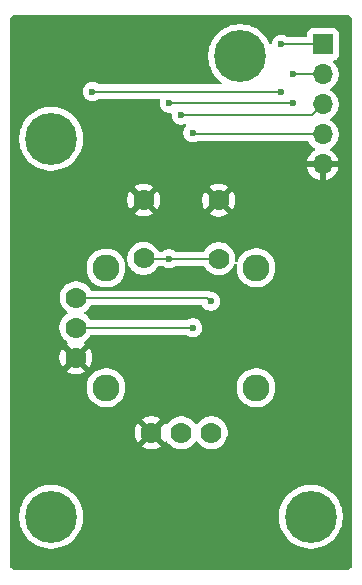
<source format=gbr>
%TF.GenerationSoftware,KiCad,Pcbnew,9.0.0*%
%TF.CreationDate,2025-04-04T15:09:20-04:00*%
%TF.ProjectId,left,6c656674-2e6b-4696-9361-645f70636258,rev?*%
%TF.SameCoordinates,Original*%
%TF.FileFunction,Copper,L2,Bot*%
%TF.FilePolarity,Positive*%
%FSLAX46Y46*%
G04 Gerber Fmt 4.6, Leading zero omitted, Abs format (unit mm)*
G04 Created by KiCad (PCBNEW 9.0.0) date 2025-04-04 15:09:20*
%MOMM*%
%LPD*%
G01*
G04 APERTURE LIST*
%TA.AperFunction,ComponentPad*%
%ADD10R,1.700000X1.700000*%
%TD*%
%TA.AperFunction,ComponentPad*%
%ADD11O,1.700000X1.700000*%
%TD*%
%TA.AperFunction,ComponentPad*%
%ADD12C,4.400000*%
%TD*%
%TA.AperFunction,ComponentPad*%
%ADD13C,2.286000*%
%TD*%
%TA.AperFunction,ComponentPad*%
%ADD14C,1.778000*%
%TD*%
%TA.AperFunction,ViaPad*%
%ADD15C,0.600000*%
%TD*%
%TA.AperFunction,Conductor*%
%ADD16C,0.200000*%
%TD*%
G04 APERTURE END LIST*
D10*
%TO.P,J1,1,Pin_1*%
%TO.N,VCC*%
X162000000Y-66000000D03*
D11*
%TO.P,J1,2,Pin_2*%
%TO.N,Button*%
X162000000Y-68540000D03*
%TO.P,J1,3,Pin_3*%
%TO.N,Horizontal*%
X162000000Y-71080000D03*
%TO.P,J1,4,Pin_4*%
%TO.N,Vertical*%
X162000000Y-73620000D03*
%TO.P,J1,5,Pin_5*%
%TO.N,GND*%
X162000000Y-76160000D03*
%TD*%
D12*
%TO.P,REF\u002A\u002A,*%
%TO.N,*%
X139000000Y-74000000D03*
%TD*%
%TO.P,REF\u002A\u002A,*%
%TO.N,*%
X161000000Y-106000000D03*
%TD*%
%TO.P,REF\u002A\u002A,*%
%TO.N,*%
X139000000Y-106000000D03*
%TD*%
D13*
%TO.P,U1,*%
%TO.N,*%
X143650000Y-84935200D03*
X143650000Y-95065200D03*
X156350000Y-84920000D03*
X156350000Y-95080000D03*
D14*
%TO.P,U1,1,GND*%
%TO.N,GND*%
X147475000Y-98875200D03*
%TO.P,U1,2,OUT2*%
%TO.N,Horizontal*%
X150015000Y-98895200D03*
%TO.P,U1,3,VCC*%
%TO.N,VCC*%
X152555000Y-98875200D03*
%TO.P,U1,4,VCC*%
X141110000Y-87460000D03*
%TO.P,U1,5,OUT1*%
%TO.N,Vertical*%
X141095000Y-89985200D03*
%TO.P,U1,6,GND*%
%TO.N,GND*%
X141095000Y-92525200D03*
%TO.P,U1,7,B1*%
%TO.N,Button*%
X146825000Y-84125200D03*
X153185000Y-84145200D03*
%TO.P,U1,8,B2*%
%TO.N,GND*%
X146825000Y-79185200D03*
X153175000Y-79205000D03*
%TD*%
D12*
%TO.P,REF\u002A\u002A,*%
%TO.N,*%
X155000000Y-67000000D03*
%TD*%
D15*
%TO.N,VCC*%
X152500000Y-87750000D03*
X158500000Y-70000000D03*
X142500000Y-70000000D03*
X158500000Y-66000000D03*
%TO.N,Button*%
X149000000Y-84145200D03*
X149000000Y-71000000D03*
X159500000Y-68500000D03*
X159500000Y-71000000D03*
%TO.N,Horizontal*%
X150000000Y-72000000D03*
%TO.N,Vertical*%
X151000000Y-90000000D03*
X151000000Y-73500000D03*
%TD*%
D16*
%TO.N,VCC*%
X152210000Y-87460000D02*
X152500000Y-87750000D01*
X141110000Y-87460000D02*
X152210000Y-87460000D01*
X162000000Y-66000000D02*
X158500000Y-66000000D01*
X158500000Y-70000000D02*
X142500000Y-70000000D01*
%TO.N,Button*%
X162000000Y-68540000D02*
X159540000Y-68540000D01*
X159500000Y-71000000D02*
X149000000Y-71000000D01*
X153185000Y-84145200D02*
X149000000Y-84145200D01*
X149000000Y-84145200D02*
X146845000Y-84145200D01*
X159540000Y-68540000D02*
X159500000Y-68500000D01*
X146845000Y-84145200D02*
X146825000Y-84125200D01*
%TO.N,Horizontal*%
X161080000Y-72000000D02*
X150000000Y-72000000D01*
X162000000Y-71080000D02*
X161080000Y-72000000D01*
%TO.N,Vertical*%
X151120000Y-73620000D02*
X151000000Y-73500000D01*
X162000000Y-73620000D02*
X151120000Y-73620000D01*
X150485200Y-89985200D02*
X141095000Y-89985200D01*
X151000000Y-90000000D02*
X150500000Y-90000000D01*
X150500000Y-90000000D02*
X150485200Y-89985200D01*
%TD*%
%TA.AperFunction,Conductor*%
%TO.N,GND*%
G36*
X164006922Y-63501280D02*
G01*
X164097266Y-63511459D01*
X164124331Y-63517636D01*
X164203540Y-63545352D01*
X164228553Y-63557398D01*
X164299606Y-63602043D01*
X164321313Y-63619355D01*
X164380644Y-63678686D01*
X164397957Y-63700395D01*
X164442600Y-63771444D01*
X164454648Y-63796462D01*
X164482362Y-63875666D01*
X164488540Y-63902735D01*
X164498720Y-63993076D01*
X164499500Y-64006961D01*
X164499500Y-109993038D01*
X164498720Y-110006922D01*
X164498720Y-110006923D01*
X164488540Y-110097264D01*
X164482362Y-110124333D01*
X164454648Y-110203537D01*
X164442600Y-110228555D01*
X164397957Y-110299604D01*
X164380644Y-110321313D01*
X164321313Y-110380644D01*
X164299604Y-110397957D01*
X164228555Y-110442600D01*
X164203537Y-110454648D01*
X164124333Y-110482362D01*
X164097264Y-110488540D01*
X164017075Y-110497576D01*
X164006921Y-110498720D01*
X163993038Y-110499500D01*
X136006962Y-110499500D01*
X135993078Y-110498720D01*
X135980553Y-110497308D01*
X135902735Y-110488540D01*
X135875666Y-110482362D01*
X135796462Y-110454648D01*
X135771444Y-110442600D01*
X135700395Y-110397957D01*
X135678686Y-110380644D01*
X135619355Y-110321313D01*
X135602042Y-110299604D01*
X135557399Y-110228555D01*
X135545351Y-110203537D01*
X135517637Y-110124333D01*
X135511459Y-110097263D01*
X135501280Y-110006922D01*
X135500500Y-109993038D01*
X135500500Y-105848336D01*
X136299500Y-105848336D01*
X136299500Y-106151663D01*
X136333457Y-106453048D01*
X136333460Y-106453062D01*
X136400953Y-106748771D01*
X136400957Y-106748783D01*
X136501133Y-107035068D01*
X136632733Y-107308338D01*
X136632735Y-107308341D01*
X136794108Y-107565164D01*
X136983221Y-107802304D01*
X137197696Y-108016779D01*
X137434836Y-108205892D01*
X137691659Y-108367265D01*
X137964935Y-108498868D01*
X138179951Y-108574105D01*
X138251216Y-108599042D01*
X138251228Y-108599046D01*
X138546937Y-108666540D01*
X138546946Y-108666541D01*
X138546951Y-108666542D01*
X138747874Y-108689180D01*
X138848337Y-108700499D01*
X138848340Y-108700500D01*
X138848343Y-108700500D01*
X139151660Y-108700500D01*
X139151661Y-108700499D01*
X139305694Y-108683144D01*
X139453048Y-108666542D01*
X139453051Y-108666541D01*
X139453063Y-108666540D01*
X139748772Y-108599046D01*
X140035065Y-108498868D01*
X140308341Y-108367265D01*
X140565164Y-108205892D01*
X140802304Y-108016779D01*
X141016779Y-107802304D01*
X141205892Y-107565164D01*
X141367265Y-107308341D01*
X141498868Y-107035065D01*
X141599046Y-106748772D01*
X141666540Y-106453063D01*
X141700500Y-106151657D01*
X141700500Y-105848343D01*
X141700499Y-105848336D01*
X158299500Y-105848336D01*
X158299500Y-106151663D01*
X158333457Y-106453048D01*
X158333460Y-106453062D01*
X158400953Y-106748771D01*
X158400957Y-106748783D01*
X158501133Y-107035068D01*
X158632733Y-107308338D01*
X158632735Y-107308341D01*
X158794108Y-107565164D01*
X158983221Y-107802304D01*
X159197696Y-108016779D01*
X159434836Y-108205892D01*
X159691659Y-108367265D01*
X159964935Y-108498868D01*
X160179951Y-108574105D01*
X160251216Y-108599042D01*
X160251228Y-108599046D01*
X160546937Y-108666540D01*
X160546946Y-108666541D01*
X160546951Y-108666542D01*
X160747874Y-108689180D01*
X160848337Y-108700499D01*
X160848340Y-108700500D01*
X160848343Y-108700500D01*
X161151660Y-108700500D01*
X161151661Y-108700499D01*
X161305694Y-108683144D01*
X161453048Y-108666542D01*
X161453051Y-108666541D01*
X161453063Y-108666540D01*
X161748772Y-108599046D01*
X162035065Y-108498868D01*
X162308341Y-108367265D01*
X162565164Y-108205892D01*
X162802304Y-108016779D01*
X163016779Y-107802304D01*
X163205892Y-107565164D01*
X163367265Y-107308341D01*
X163498868Y-107035065D01*
X163599046Y-106748772D01*
X163666540Y-106453063D01*
X163700500Y-106151657D01*
X163700500Y-105848343D01*
X163666540Y-105546937D01*
X163599046Y-105251228D01*
X163498868Y-104964935D01*
X163367265Y-104691659D01*
X163205892Y-104434836D01*
X163016779Y-104197696D01*
X162802304Y-103983221D01*
X162565164Y-103794108D01*
X162308341Y-103632735D01*
X162308338Y-103632733D01*
X162035068Y-103501133D01*
X161748783Y-103400957D01*
X161748771Y-103400953D01*
X161520556Y-103348864D01*
X161453063Y-103333460D01*
X161453060Y-103333459D01*
X161453048Y-103333457D01*
X161151663Y-103299500D01*
X161151657Y-103299500D01*
X160848343Y-103299500D01*
X160848336Y-103299500D01*
X160546951Y-103333457D01*
X160546937Y-103333460D01*
X160251228Y-103400953D01*
X160251216Y-103400957D01*
X159964931Y-103501133D01*
X159691661Y-103632733D01*
X159434837Y-103794107D01*
X159197696Y-103983220D01*
X158983220Y-104197696D01*
X158794107Y-104434837D01*
X158632733Y-104691661D01*
X158501133Y-104964931D01*
X158400957Y-105251216D01*
X158400953Y-105251228D01*
X158333460Y-105546937D01*
X158333457Y-105546951D01*
X158299500Y-105848336D01*
X141700499Y-105848336D01*
X141666540Y-105546937D01*
X141599046Y-105251228D01*
X141498868Y-104964935D01*
X141367265Y-104691659D01*
X141205892Y-104434836D01*
X141016779Y-104197696D01*
X140802304Y-103983221D01*
X140565164Y-103794108D01*
X140308341Y-103632735D01*
X140308338Y-103632733D01*
X140035068Y-103501133D01*
X139748783Y-103400957D01*
X139748771Y-103400953D01*
X139520556Y-103348864D01*
X139453063Y-103333460D01*
X139453060Y-103333459D01*
X139453048Y-103333457D01*
X139151663Y-103299500D01*
X139151657Y-103299500D01*
X138848343Y-103299500D01*
X138848336Y-103299500D01*
X138546951Y-103333457D01*
X138546937Y-103333460D01*
X138251228Y-103400953D01*
X138251216Y-103400957D01*
X137964931Y-103501133D01*
X137691661Y-103632733D01*
X137434837Y-103794107D01*
X137197696Y-103983220D01*
X136983220Y-104197696D01*
X136794107Y-104434837D01*
X136632733Y-104691661D01*
X136501133Y-104964931D01*
X136400957Y-105251216D01*
X136400953Y-105251228D01*
X136333460Y-105546937D01*
X136333457Y-105546951D01*
X136299500Y-105848336D01*
X135500500Y-105848336D01*
X135500500Y-98765883D01*
X146086000Y-98765883D01*
X146086000Y-98984516D01*
X146120202Y-99200459D01*
X146187761Y-99408388D01*
X146187762Y-99408391D01*
X146287020Y-99603193D01*
X146287021Y-99603195D01*
X146331806Y-99664838D01*
X146331807Y-99664838D01*
X147037352Y-98959293D01*
X147060792Y-99046771D01*
X147119311Y-99148130D01*
X147202070Y-99230889D01*
X147303429Y-99289408D01*
X147390905Y-99312847D01*
X146685360Y-100018391D01*
X146747008Y-100063180D01*
X146941808Y-100162437D01*
X146941811Y-100162438D01*
X147149740Y-100229997D01*
X147365684Y-100264200D01*
X147584316Y-100264200D01*
X147800259Y-100229997D01*
X148008188Y-100162438D01*
X148008191Y-100162437D01*
X148202995Y-100063178D01*
X148264638Y-100018391D01*
X148264639Y-100018391D01*
X147559094Y-99312847D01*
X147646571Y-99289408D01*
X147747930Y-99230889D01*
X147830689Y-99148130D01*
X147889208Y-99046771D01*
X147912647Y-98959295D01*
X148618191Y-99664839D01*
X148618192Y-99664838D01*
X148637107Y-99638805D01*
X148692437Y-99596139D01*
X148762050Y-99590160D01*
X148823845Y-99622766D01*
X148837743Y-99638805D01*
X148955142Y-99800392D01*
X148955146Y-99800397D01*
X149109806Y-99955057D01*
X149258625Y-100063178D01*
X149286743Y-100083607D01*
X149414132Y-100148515D01*
X149481616Y-100182901D01*
X149481619Y-100182902D01*
X149585621Y-100216693D01*
X149689625Y-100250486D01*
X149776212Y-100264200D01*
X149905639Y-100284700D01*
X149905644Y-100284700D01*
X150124361Y-100284700D01*
X150229082Y-100268112D01*
X150340375Y-100250486D01*
X150548383Y-100182901D01*
X150743257Y-100083607D01*
X150842601Y-100011429D01*
X150920193Y-99955057D01*
X150920195Y-99955054D01*
X150920199Y-99955052D01*
X151074852Y-99800399D01*
X151191949Y-99639227D01*
X151247276Y-99596564D01*
X151316889Y-99590585D01*
X151378684Y-99623190D01*
X151392580Y-99639225D01*
X151495144Y-99780393D01*
X151495148Y-99780399D01*
X151649806Y-99935057D01*
X151764508Y-100018391D01*
X151826743Y-100063607D01*
X151954132Y-100128515D01*
X152021616Y-100162901D01*
X152021619Y-100162902D01*
X152125621Y-100196693D01*
X152229625Y-100230486D01*
X152329672Y-100246332D01*
X152445639Y-100264700D01*
X152445644Y-100264700D01*
X152664361Y-100264700D01*
X152769082Y-100248112D01*
X152880375Y-100230486D01*
X153088383Y-100162901D01*
X153283257Y-100063607D01*
X153382601Y-99991429D01*
X153460193Y-99935057D01*
X153460195Y-99935054D01*
X153460199Y-99935052D01*
X153614852Y-99780399D01*
X153614854Y-99780395D01*
X153614857Y-99780393D01*
X153671229Y-99702801D01*
X153743407Y-99603457D01*
X153842701Y-99408583D01*
X153910286Y-99200575D01*
X153934646Y-99046771D01*
X153944500Y-98984561D01*
X153944500Y-98765838D01*
X153918592Y-98602270D01*
X153910286Y-98549825D01*
X153876493Y-98445821D01*
X153842702Y-98341819D01*
X153842701Y-98341816D01*
X153808315Y-98274332D01*
X153743407Y-98146943D01*
X153698810Y-98085560D01*
X153614857Y-97970006D01*
X153460193Y-97815342D01*
X153283260Y-97686795D01*
X153283259Y-97686794D01*
X153283257Y-97686793D01*
X153220825Y-97654982D01*
X153088383Y-97587498D01*
X153088380Y-97587497D01*
X152880376Y-97519914D01*
X152664361Y-97485700D01*
X152664356Y-97485700D01*
X152445644Y-97485700D01*
X152445639Y-97485700D01*
X152229623Y-97519914D01*
X152021619Y-97587497D01*
X152021616Y-97587498D01*
X151826739Y-97686795D01*
X151649806Y-97815342D01*
X151495146Y-97970002D01*
X151495142Y-97970007D01*
X151378052Y-98131169D01*
X151322722Y-98173835D01*
X151253109Y-98179814D01*
X151191314Y-98147208D01*
X151177420Y-98131175D01*
X151074852Y-97990001D01*
X150920199Y-97835348D01*
X150920193Y-97835342D01*
X150743260Y-97706795D01*
X150743259Y-97706794D01*
X150743257Y-97706793D01*
X150680825Y-97674982D01*
X150548383Y-97607498D01*
X150548380Y-97607497D01*
X150340376Y-97539914D01*
X150124361Y-97505700D01*
X150124356Y-97505700D01*
X149905644Y-97505700D01*
X149905639Y-97505700D01*
X149689623Y-97539914D01*
X149481619Y-97607497D01*
X149481616Y-97607498D01*
X149286739Y-97706795D01*
X149109806Y-97835342D01*
X148955146Y-97990002D01*
X148955142Y-97990007D01*
X148852273Y-98131595D01*
X148796943Y-98174261D01*
X148727330Y-98180240D01*
X148665535Y-98147634D01*
X148651636Y-98131594D01*
X148618191Y-98085560D01*
X147912647Y-98791104D01*
X147889208Y-98703629D01*
X147830689Y-98602270D01*
X147747930Y-98519511D01*
X147646571Y-98460992D01*
X147559092Y-98437552D01*
X148264638Y-97732007D01*
X148264638Y-97732006D01*
X148202995Y-97687221D01*
X148202993Y-97687220D01*
X148008191Y-97587962D01*
X148008188Y-97587961D01*
X147800259Y-97520402D01*
X147584316Y-97486200D01*
X147365684Y-97486200D01*
X147149740Y-97520402D01*
X146941811Y-97587961D01*
X146941808Y-97587962D01*
X146747001Y-97687223D01*
X146685360Y-97732006D01*
X146685360Y-97732007D01*
X147390905Y-98437552D01*
X147303429Y-98460992D01*
X147202070Y-98519511D01*
X147119311Y-98602270D01*
X147060792Y-98703629D01*
X147037352Y-98791105D01*
X146331807Y-98085560D01*
X146331806Y-98085560D01*
X146287023Y-98147201D01*
X146187762Y-98342008D01*
X146187761Y-98342011D01*
X146120202Y-98549940D01*
X146086000Y-98765883D01*
X135500500Y-98765883D01*
X135500500Y-94935848D01*
X142006500Y-94935848D01*
X142006500Y-95194551D01*
X142046967Y-95450050D01*
X142046968Y-95450054D01*
X142126909Y-95696085D01*
X142244353Y-95926582D01*
X142396408Y-96135868D01*
X142579332Y-96318792D01*
X142788618Y-96470847D01*
X143019115Y-96588291D01*
X143265146Y-96668232D01*
X143358591Y-96683032D01*
X143520649Y-96708700D01*
X143520654Y-96708700D01*
X143779351Y-96708700D01*
X143941409Y-96683032D01*
X144034854Y-96668232D01*
X144280885Y-96588291D01*
X144511382Y-96470847D01*
X144720668Y-96318792D01*
X144903592Y-96135868D01*
X145055647Y-95926582D01*
X145173091Y-95696085D01*
X145253032Y-95450054D01*
X145271017Y-95336494D01*
X145293500Y-95194551D01*
X145293500Y-94950648D01*
X154706500Y-94950648D01*
X154706500Y-95209351D01*
X154744623Y-95450050D01*
X154746968Y-95464854D01*
X154826909Y-95710885D01*
X154944353Y-95941382D01*
X155096408Y-96150668D01*
X155279332Y-96333592D01*
X155488618Y-96485647D01*
X155719115Y-96603091D01*
X155965146Y-96683032D01*
X156060961Y-96698207D01*
X156220649Y-96723500D01*
X156220654Y-96723500D01*
X156479351Y-96723500D01*
X156621294Y-96701017D01*
X156734854Y-96683032D01*
X156980885Y-96603091D01*
X157211382Y-96485647D01*
X157420668Y-96333592D01*
X157603592Y-96150668D01*
X157755647Y-95941382D01*
X157873091Y-95710885D01*
X157953032Y-95464854D01*
X157971017Y-95351294D01*
X157993500Y-95209351D01*
X157993500Y-94950648D01*
X157953032Y-94695149D01*
X157953032Y-94695146D01*
X157873091Y-94449115D01*
X157755647Y-94218618D01*
X157603592Y-94009332D01*
X157420668Y-93826408D01*
X157211382Y-93674353D01*
X156980885Y-93556909D01*
X156734854Y-93476968D01*
X156734852Y-93476967D01*
X156734850Y-93476967D01*
X156479351Y-93436500D01*
X156479346Y-93436500D01*
X156220654Y-93436500D01*
X156220649Y-93436500D01*
X155965149Y-93476967D01*
X155719112Y-93556910D01*
X155488617Y-93674353D01*
X155279329Y-93826410D01*
X155096410Y-94009329D01*
X154944353Y-94218617D01*
X154826910Y-94449112D01*
X154746967Y-94695149D01*
X154706500Y-94950648D01*
X145293500Y-94950648D01*
X145293500Y-94935848D01*
X145266521Y-94765515D01*
X145253032Y-94680346D01*
X145173091Y-94434315D01*
X145055647Y-94203818D01*
X144903592Y-93994532D01*
X144720668Y-93811608D01*
X144511382Y-93659553D01*
X144280885Y-93542109D01*
X144034854Y-93462168D01*
X144034852Y-93462167D01*
X144034850Y-93462167D01*
X143779351Y-93421700D01*
X143779346Y-93421700D01*
X143520654Y-93421700D01*
X143520649Y-93421700D01*
X143265149Y-93462167D01*
X143019112Y-93542110D01*
X142788617Y-93659553D01*
X142579329Y-93811610D01*
X142396410Y-93994529D01*
X142244353Y-94203817D01*
X142126910Y-94434312D01*
X142046967Y-94680349D01*
X142006500Y-94935848D01*
X135500500Y-94935848D01*
X135500500Y-89875838D01*
X139705500Y-89875838D01*
X139705500Y-90094561D01*
X139739714Y-90310576D01*
X139807297Y-90518580D01*
X139807298Y-90518583D01*
X139850373Y-90603120D01*
X139904524Y-90709397D01*
X139906595Y-90713460D01*
X140035142Y-90890393D01*
X140035148Y-90890399D01*
X140189801Y-91045052D01*
X140341395Y-91155191D01*
X140384060Y-91210519D01*
X140390039Y-91280132D01*
X140357434Y-91341928D01*
X140341394Y-91355826D01*
X140305360Y-91382005D01*
X140305360Y-91382007D01*
X141010905Y-92087552D01*
X140923429Y-92110992D01*
X140822070Y-92169511D01*
X140739311Y-92252270D01*
X140680792Y-92353629D01*
X140657352Y-92441105D01*
X139951807Y-91735560D01*
X139951806Y-91735560D01*
X139907023Y-91797201D01*
X139807762Y-91992008D01*
X139807761Y-91992011D01*
X139740202Y-92199940D01*
X139706000Y-92415883D01*
X139706000Y-92634516D01*
X139740202Y-92850459D01*
X139807761Y-93058388D01*
X139807762Y-93058391D01*
X139907020Y-93253193D01*
X139907021Y-93253195D01*
X139951806Y-93314838D01*
X139951807Y-93314838D01*
X140657352Y-92609293D01*
X140680792Y-92696771D01*
X140739311Y-92798130D01*
X140822070Y-92880889D01*
X140923429Y-92939408D01*
X141010905Y-92962847D01*
X140305360Y-93668391D01*
X140367008Y-93713180D01*
X140561808Y-93812437D01*
X140561811Y-93812438D01*
X140769740Y-93879997D01*
X140985684Y-93914200D01*
X141204316Y-93914200D01*
X141420259Y-93879997D01*
X141628188Y-93812438D01*
X141628191Y-93812437D01*
X141822995Y-93713178D01*
X141884638Y-93668391D01*
X141884639Y-93668391D01*
X141179094Y-92962847D01*
X141266571Y-92939408D01*
X141367930Y-92880889D01*
X141450689Y-92798130D01*
X141509208Y-92696771D01*
X141532647Y-92609294D01*
X142238191Y-93314839D01*
X142238191Y-93314838D01*
X142282978Y-93253195D01*
X142382237Y-93058391D01*
X142382238Y-93058388D01*
X142449797Y-92850459D01*
X142484000Y-92634516D01*
X142484000Y-92415883D01*
X142449797Y-92199940D01*
X142382238Y-91992011D01*
X142382237Y-91992008D01*
X142282980Y-91797208D01*
X142238191Y-91735560D01*
X141532647Y-92441104D01*
X141509208Y-92353629D01*
X141450689Y-92252270D01*
X141367930Y-92169511D01*
X141266571Y-92110992D01*
X141179092Y-92087552D01*
X141884638Y-91382007D01*
X141884638Y-91382006D01*
X141848606Y-91355828D01*
X141805939Y-91300499D01*
X141799959Y-91230885D01*
X141832565Y-91169090D01*
X141848599Y-91155194D01*
X142000199Y-91045052D01*
X142154852Y-90890399D01*
X142154854Y-90890395D01*
X142154857Y-90890393D01*
X142220168Y-90800499D01*
X142283407Y-90713457D01*
X142314005Y-90653404D01*
X142361980Y-90602609D01*
X142424490Y-90585700D01*
X150349383Y-90585700D01*
X150374738Y-90588320D01*
X150378134Y-90589029D01*
X150420942Y-90600500D01*
X150420943Y-90600500D01*
X150433046Y-90600500D01*
X150445589Y-90603120D01*
X150465550Y-90613806D01*
X150487273Y-90620185D01*
X150489125Y-90621398D01*
X150620814Y-90709390D01*
X150620827Y-90709397D01*
X150766498Y-90769735D01*
X150766503Y-90769737D01*
X150921153Y-90800499D01*
X150921156Y-90800500D01*
X150921158Y-90800500D01*
X151078844Y-90800500D01*
X151078845Y-90800499D01*
X151233497Y-90769737D01*
X151379179Y-90709394D01*
X151510289Y-90621789D01*
X151621789Y-90510289D01*
X151709394Y-90379179D01*
X151769737Y-90233497D01*
X151800500Y-90078842D01*
X151800500Y-89921158D01*
X151800500Y-89921155D01*
X151800499Y-89921153D01*
X151769738Y-89766510D01*
X151769737Y-89766503D01*
X151725549Y-89659823D01*
X151709397Y-89620827D01*
X151709390Y-89620814D01*
X151621789Y-89489711D01*
X151621786Y-89489707D01*
X151510292Y-89378213D01*
X151510288Y-89378210D01*
X151379185Y-89290609D01*
X151379172Y-89290602D01*
X151233501Y-89230264D01*
X151233489Y-89230261D01*
X151078845Y-89199500D01*
X151078842Y-89199500D01*
X150921158Y-89199500D01*
X150921155Y-89199500D01*
X150766510Y-89230261D01*
X150766498Y-89230264D01*
X150620827Y-89290602D01*
X150620814Y-89290609D01*
X150511276Y-89363801D01*
X150493231Y-89369451D01*
X150477323Y-89379675D01*
X150446359Y-89384127D01*
X150444598Y-89384679D01*
X150442388Y-89384699D01*
X150406143Y-89384699D01*
X150406139Y-89384699D01*
X150398534Y-89384700D01*
X150398533Y-89384699D01*
X150398531Y-89384700D01*
X142424490Y-89384700D01*
X142357451Y-89365015D01*
X142314005Y-89316995D01*
X142283407Y-89256943D01*
X142241673Y-89199500D01*
X142154857Y-89080006D01*
X142000193Y-88925342D01*
X141866716Y-88828367D01*
X141824050Y-88773038D01*
X141818071Y-88703424D01*
X141850676Y-88641629D01*
X141866716Y-88627731D01*
X142015193Y-88519857D01*
X142015195Y-88519854D01*
X142015199Y-88519852D01*
X142169852Y-88365199D01*
X142169854Y-88365195D01*
X142169857Y-88365193D01*
X142246074Y-88260288D01*
X142298407Y-88188257D01*
X142329005Y-88128204D01*
X142376980Y-88077409D01*
X142439490Y-88060500D01*
X151679573Y-88060500D01*
X151746612Y-88080185D01*
X151787175Y-88124144D01*
X151787221Y-88124114D01*
X151787414Y-88124403D01*
X151788931Y-88126047D01*
X151790604Y-88129177D01*
X151878210Y-88260288D01*
X151878213Y-88260292D01*
X151989707Y-88371786D01*
X151989711Y-88371789D01*
X152120814Y-88459390D01*
X152120827Y-88459397D01*
X152266498Y-88519735D01*
X152266503Y-88519737D01*
X152421153Y-88550499D01*
X152421156Y-88550500D01*
X152421158Y-88550500D01*
X152578844Y-88550500D01*
X152578845Y-88550499D01*
X152733497Y-88519737D01*
X152879179Y-88459394D01*
X153010289Y-88371789D01*
X153121789Y-88260289D01*
X153209394Y-88129179D01*
X153209798Y-88128205D01*
X153230838Y-88077409D01*
X153269737Y-87983497D01*
X153300500Y-87828842D01*
X153300500Y-87671158D01*
X153300500Y-87671155D01*
X153300499Y-87671153D01*
X153269738Y-87516510D01*
X153269737Y-87516503D01*
X153269735Y-87516498D01*
X153209397Y-87370827D01*
X153209390Y-87370814D01*
X153121789Y-87239711D01*
X153121786Y-87239707D01*
X153010292Y-87128213D01*
X153010288Y-87128210D01*
X152879185Y-87040609D01*
X152879172Y-87040602D01*
X152733501Y-86980264D01*
X152733489Y-86980261D01*
X152578845Y-86949500D01*
X152578842Y-86949500D01*
X152560013Y-86949500D01*
X152544525Y-86945350D01*
X152530779Y-86946005D01*
X152498016Y-86932888D01*
X152487154Y-86926617D01*
X152487151Y-86926615D01*
X152487150Y-86926614D01*
X152441790Y-86900425D01*
X152441789Y-86900424D01*
X152429263Y-86897067D01*
X152289057Y-86859499D01*
X152130943Y-86859499D01*
X152123347Y-86859499D01*
X152123331Y-86859500D01*
X142439490Y-86859500D01*
X142372451Y-86839815D01*
X142329005Y-86791795D01*
X142298407Y-86731743D01*
X142290147Y-86720374D01*
X142169857Y-86554806D01*
X142015193Y-86400142D01*
X141838260Y-86271595D01*
X141838259Y-86271594D01*
X141838257Y-86271593D01*
X141775825Y-86239782D01*
X141643383Y-86172298D01*
X141643380Y-86172297D01*
X141435376Y-86104714D01*
X141219361Y-86070500D01*
X141219356Y-86070500D01*
X141000644Y-86070500D01*
X141000639Y-86070500D01*
X140784623Y-86104714D01*
X140576619Y-86172297D01*
X140576616Y-86172298D01*
X140381739Y-86271595D01*
X140204806Y-86400142D01*
X140050142Y-86554806D01*
X139921595Y-86731739D01*
X139822299Y-86926616D01*
X139754714Y-87134623D01*
X139720500Y-87350638D01*
X139720500Y-87569361D01*
X139754714Y-87785376D01*
X139822297Y-87993380D01*
X139822298Y-87993383D01*
X139921595Y-88188260D01*
X140050142Y-88365193D01*
X140050148Y-88365199D01*
X140204801Y-88519852D01*
X140338284Y-88616832D01*
X140380949Y-88672161D01*
X140386928Y-88741774D01*
X140354323Y-88803570D01*
X140338284Y-88817468D01*
X140189802Y-88925346D01*
X140035142Y-89080006D01*
X139906595Y-89256939D01*
X139807298Y-89451816D01*
X139807297Y-89451819D01*
X139739714Y-89659823D01*
X139705500Y-89875838D01*
X135500500Y-89875838D01*
X135500500Y-84805848D01*
X142006500Y-84805848D01*
X142006500Y-85064551D01*
X142045946Y-85313604D01*
X142046968Y-85320054D01*
X142126909Y-85566085D01*
X142244353Y-85796582D01*
X142396408Y-86005868D01*
X142579332Y-86188792D01*
X142788618Y-86340847D01*
X143019115Y-86458291D01*
X143265146Y-86538232D01*
X143360961Y-86553407D01*
X143520649Y-86578700D01*
X143520654Y-86578700D01*
X143779351Y-86578700D01*
X143921294Y-86556217D01*
X144034854Y-86538232D01*
X144280885Y-86458291D01*
X144511382Y-86340847D01*
X144720668Y-86188792D01*
X144903592Y-86005868D01*
X145055647Y-85796582D01*
X145173091Y-85566085D01*
X145253032Y-85320054D01*
X145274414Y-85185052D01*
X145293500Y-85064551D01*
X145293500Y-84805848D01*
X145263550Y-84616755D01*
X145253032Y-84550346D01*
X145173091Y-84304315D01*
X145055647Y-84073818D01*
X145013522Y-84015838D01*
X145435500Y-84015838D01*
X145435500Y-84234561D01*
X145459195Y-84384172D01*
X145459199Y-84384189D01*
X145469714Y-84450575D01*
X145504130Y-84556498D01*
X145504135Y-84556517D01*
X145537297Y-84658580D01*
X145537298Y-84658583D01*
X145581698Y-84745720D01*
X145616185Y-84813405D01*
X145636595Y-84853460D01*
X145765142Y-85030393D01*
X145919806Y-85185057D01*
X146084690Y-85304850D01*
X146096743Y-85313607D01*
X146224132Y-85378515D01*
X146291616Y-85412901D01*
X146291619Y-85412902D01*
X146395621Y-85446693D01*
X146499625Y-85480486D01*
X146599672Y-85496332D01*
X146715639Y-85514700D01*
X146715644Y-85514700D01*
X146934361Y-85514700D01*
X147039082Y-85498112D01*
X147150375Y-85480486D01*
X147358383Y-85412901D01*
X147553257Y-85313607D01*
X147652601Y-85241429D01*
X147730193Y-85185057D01*
X147730195Y-85185054D01*
X147730199Y-85185052D01*
X147884852Y-85030399D01*
X147884854Y-85030395D01*
X147884857Y-85030393D01*
X147998876Y-84873457D01*
X148013407Y-84853457D01*
X148033814Y-84813405D01*
X148081788Y-84762610D01*
X148144299Y-84745700D01*
X148420234Y-84745700D01*
X148487273Y-84765385D01*
X148489125Y-84766598D01*
X148620814Y-84854590D01*
X148620827Y-84854597D01*
X148766498Y-84914935D01*
X148766503Y-84914937D01*
X148921153Y-84945699D01*
X148921156Y-84945700D01*
X148921158Y-84945700D01*
X149078844Y-84945700D01*
X149078845Y-84945699D01*
X149233497Y-84914937D01*
X149379179Y-84854594D01*
X149380881Y-84853457D01*
X149510875Y-84766598D01*
X149577553Y-84745720D01*
X149579766Y-84745700D01*
X151855510Y-84745700D01*
X151922549Y-84765385D01*
X151965994Y-84813404D01*
X151986983Y-84854597D01*
X151996595Y-84873460D01*
X152125142Y-85050393D01*
X152279806Y-85205057D01*
X152429211Y-85313604D01*
X152456743Y-85333607D01*
X152584132Y-85398515D01*
X152651616Y-85432901D01*
X152651619Y-85432902D01*
X152755621Y-85466693D01*
X152859625Y-85500486D01*
X152949369Y-85514700D01*
X153075639Y-85534700D01*
X153075644Y-85534700D01*
X153294361Y-85534700D01*
X153399082Y-85518112D01*
X153510375Y-85500486D01*
X153718383Y-85432901D01*
X153913257Y-85333607D01*
X154012601Y-85261429D01*
X154090193Y-85205057D01*
X154090195Y-85205054D01*
X154090199Y-85205052D01*
X154244852Y-85050399D01*
X154244854Y-85050395D01*
X154244857Y-85050393D01*
X154343270Y-84914937D01*
X154373407Y-84873457D01*
X154472701Y-84678583D01*
X154472703Y-84678577D01*
X154476609Y-84666557D01*
X154516046Y-84608881D01*
X154580404Y-84581682D01*
X154649250Y-84593596D01*
X154700727Y-84640840D01*
X154718489Y-84708414D01*
X154717013Y-84724272D01*
X154706500Y-84790648D01*
X154706500Y-85049351D01*
X154746967Y-85304850D01*
X154746968Y-85304854D01*
X154826909Y-85550885D01*
X154944353Y-85781382D01*
X155096408Y-85990668D01*
X155279332Y-86173592D01*
X155488618Y-86325647D01*
X155719115Y-86443091D01*
X155965146Y-86523032D01*
X156060961Y-86538207D01*
X156220649Y-86563500D01*
X156220654Y-86563500D01*
X156479351Y-86563500D01*
X156621294Y-86541017D01*
X156734854Y-86523032D01*
X156980885Y-86443091D01*
X157211382Y-86325647D01*
X157420668Y-86173592D01*
X157603592Y-85990668D01*
X157755647Y-85781382D01*
X157873091Y-85550885D01*
X157953032Y-85304854D01*
X157972007Y-85185052D01*
X157993500Y-85049351D01*
X157993500Y-84790648D01*
X157960402Y-84581682D01*
X157953032Y-84535146D01*
X157873091Y-84289115D01*
X157755647Y-84058618D01*
X157603592Y-83849332D01*
X157420668Y-83666408D01*
X157211382Y-83514353D01*
X156980885Y-83396909D01*
X156734854Y-83316968D01*
X156734852Y-83316967D01*
X156734850Y-83316967D01*
X156479351Y-83276500D01*
X156479346Y-83276500D01*
X156220654Y-83276500D01*
X156220649Y-83276500D01*
X155965149Y-83316967D01*
X155719112Y-83396910D01*
X155488617Y-83514353D01*
X155279329Y-83666410D01*
X155096410Y-83849329D01*
X154944353Y-84058617D01*
X154826908Y-84289114D01*
X154810642Y-84339176D01*
X154771204Y-84396851D01*
X154706845Y-84424048D01*
X154637998Y-84412132D01*
X154586523Y-84364887D01*
X154568763Y-84297313D01*
X154570237Y-84281465D01*
X154574500Y-84254556D01*
X154574500Y-84035844D01*
X154574500Y-84035838D01*
X154544959Y-83849329D01*
X154540286Y-83819825D01*
X154490439Y-83666410D01*
X154472702Y-83611819D01*
X154472701Y-83611816D01*
X154427855Y-83523802D01*
X154373407Y-83416943D01*
X154311815Y-83332168D01*
X154244857Y-83240006D01*
X154090193Y-83085342D01*
X153913260Y-82956795D01*
X153913259Y-82956794D01*
X153913257Y-82956793D01*
X153850825Y-82924982D01*
X153718383Y-82857498D01*
X153718380Y-82857497D01*
X153510376Y-82789914D01*
X153294361Y-82755700D01*
X153294356Y-82755700D01*
X153075644Y-82755700D01*
X153075639Y-82755700D01*
X152859623Y-82789914D01*
X152651619Y-82857497D01*
X152651616Y-82857498D01*
X152456739Y-82956795D01*
X152279806Y-83085342D01*
X152125142Y-83240006D01*
X151996595Y-83416939D01*
X151996593Y-83416943D01*
X151965996Y-83476994D01*
X151965995Y-83476995D01*
X151918020Y-83527791D01*
X151855510Y-83544700D01*
X149579766Y-83544700D01*
X149512727Y-83525015D01*
X149510875Y-83523802D01*
X149379185Y-83435809D01*
X149379172Y-83435802D01*
X149233501Y-83375464D01*
X149233489Y-83375461D01*
X149078845Y-83344700D01*
X149078842Y-83344700D01*
X148921158Y-83344700D01*
X148921155Y-83344700D01*
X148766510Y-83375461D01*
X148766498Y-83375464D01*
X148620827Y-83435802D01*
X148620814Y-83435809D01*
X148489125Y-83523802D01*
X148422447Y-83544680D01*
X148420234Y-83544700D01*
X148164680Y-83544700D01*
X148097641Y-83525015D01*
X148054196Y-83476995D01*
X148013407Y-83396943D01*
X148013406Y-83396941D01*
X147884857Y-83220006D01*
X147730193Y-83065342D01*
X147553260Y-82936795D01*
X147553259Y-82936794D01*
X147553257Y-82936793D01*
X147490825Y-82904982D01*
X147358383Y-82837498D01*
X147358380Y-82837497D01*
X147150376Y-82769914D01*
X146934361Y-82735700D01*
X146934356Y-82735700D01*
X146715644Y-82735700D01*
X146715639Y-82735700D01*
X146499623Y-82769914D01*
X146291619Y-82837497D01*
X146291616Y-82837498D01*
X146096739Y-82936795D01*
X145919806Y-83065342D01*
X145765142Y-83220006D01*
X145636595Y-83396939D01*
X145537298Y-83591816D01*
X145537297Y-83591819D01*
X145469714Y-83799823D01*
X145435500Y-84015838D01*
X145013522Y-84015838D01*
X144903592Y-83864532D01*
X144720668Y-83681608D01*
X144511382Y-83529553D01*
X144280885Y-83412109D01*
X144034854Y-83332168D01*
X144034852Y-83332167D01*
X144034850Y-83332167D01*
X143779351Y-83291700D01*
X143779346Y-83291700D01*
X143520654Y-83291700D01*
X143520649Y-83291700D01*
X143265149Y-83332167D01*
X143019112Y-83412110D01*
X142788617Y-83529553D01*
X142579329Y-83681610D01*
X142396410Y-83864529D01*
X142244353Y-84073817D01*
X142126910Y-84304312D01*
X142046967Y-84550349D01*
X142006500Y-84805848D01*
X135500500Y-84805848D01*
X135500500Y-79075883D01*
X145436000Y-79075883D01*
X145436000Y-79294516D01*
X145470202Y-79510459D01*
X145537761Y-79718388D01*
X145537762Y-79718391D01*
X145637020Y-79913193D01*
X145637021Y-79913195D01*
X145681806Y-79974838D01*
X145681807Y-79974838D01*
X146382861Y-79273784D01*
X146405667Y-79358894D01*
X146464910Y-79461506D01*
X146548694Y-79545290D01*
X146651306Y-79604533D01*
X146736414Y-79627337D01*
X146035360Y-80328391D01*
X146097008Y-80373180D01*
X146291808Y-80472437D01*
X146291811Y-80472438D01*
X146499740Y-80539997D01*
X146715684Y-80574200D01*
X146934316Y-80574200D01*
X147150259Y-80539997D01*
X147358188Y-80472438D01*
X147358191Y-80472437D01*
X147552995Y-80373178D01*
X147614639Y-80328391D01*
X146913585Y-79627338D01*
X146998694Y-79604533D01*
X147101306Y-79545290D01*
X147185090Y-79461506D01*
X147244333Y-79358894D01*
X147267137Y-79273785D01*
X147968191Y-79974839D01*
X147968191Y-79974838D01*
X148012978Y-79913195D01*
X148112237Y-79718391D01*
X148112238Y-79718388D01*
X148179797Y-79510459D01*
X148214000Y-79294516D01*
X148214000Y-79095683D01*
X151786000Y-79095683D01*
X151786000Y-79314316D01*
X151820202Y-79530259D01*
X151887761Y-79738188D01*
X151887762Y-79738191D01*
X151987020Y-79932993D01*
X151987021Y-79932995D01*
X152031806Y-79994638D01*
X152031807Y-79994638D01*
X152732861Y-79293584D01*
X152755667Y-79378694D01*
X152814910Y-79481306D01*
X152898694Y-79565090D01*
X153001306Y-79624333D01*
X153086414Y-79647137D01*
X152385360Y-80348191D01*
X152447008Y-80392980D01*
X152641808Y-80492237D01*
X152641811Y-80492238D01*
X152849740Y-80559797D01*
X153065684Y-80594000D01*
X153284316Y-80594000D01*
X153500259Y-80559797D01*
X153708188Y-80492238D01*
X153708191Y-80492237D01*
X153902995Y-80392978D01*
X153964638Y-80348191D01*
X153964639Y-80348191D01*
X153263585Y-79647138D01*
X153348694Y-79624333D01*
X153451306Y-79565090D01*
X153535090Y-79481306D01*
X153594333Y-79378694D01*
X153617137Y-79293585D01*
X154318191Y-79994639D01*
X154318191Y-79994638D01*
X154362978Y-79932995D01*
X154462237Y-79738191D01*
X154462238Y-79738188D01*
X154529797Y-79530259D01*
X154564000Y-79314316D01*
X154564000Y-79095683D01*
X154529797Y-78879740D01*
X154462238Y-78671811D01*
X154462237Y-78671808D01*
X154362980Y-78477008D01*
X154318191Y-78415360D01*
X153617137Y-79116414D01*
X153594333Y-79031306D01*
X153535090Y-78928694D01*
X153451306Y-78844910D01*
X153348694Y-78785667D01*
X153263583Y-78762861D01*
X153964638Y-78061807D01*
X153964638Y-78061806D01*
X153902995Y-78017021D01*
X153902993Y-78017020D01*
X153708191Y-77917762D01*
X153708188Y-77917761D01*
X153500259Y-77850202D01*
X153284316Y-77816000D01*
X153065684Y-77816000D01*
X152849740Y-77850202D01*
X152641811Y-77917761D01*
X152641808Y-77917762D01*
X152447001Y-78017023D01*
X152385360Y-78061806D01*
X152385360Y-78061807D01*
X153086414Y-78762861D01*
X153001306Y-78785667D01*
X152898694Y-78844910D01*
X152814910Y-78928694D01*
X152755667Y-79031306D01*
X152732861Y-79116414D01*
X152031807Y-78415360D01*
X152031806Y-78415360D01*
X151987023Y-78477001D01*
X151887762Y-78671808D01*
X151887761Y-78671811D01*
X151820202Y-78879740D01*
X151786000Y-79095683D01*
X148214000Y-79095683D01*
X148214000Y-79075883D01*
X148179797Y-78859940D01*
X148112238Y-78652011D01*
X148112237Y-78652008D01*
X148012980Y-78457208D01*
X147968191Y-78395560D01*
X147267137Y-79096614D01*
X147244333Y-79011506D01*
X147185090Y-78908894D01*
X147101306Y-78825110D01*
X146998694Y-78765867D01*
X146913583Y-78743061D01*
X147614638Y-78042007D01*
X147614638Y-78042006D01*
X147552995Y-77997221D01*
X147552993Y-77997220D01*
X147358191Y-77897962D01*
X147358188Y-77897961D01*
X147150259Y-77830402D01*
X146934316Y-77796200D01*
X146715684Y-77796200D01*
X146499740Y-77830402D01*
X146291811Y-77897961D01*
X146291808Y-77897962D01*
X146097001Y-77997223D01*
X146035360Y-78042006D01*
X146035360Y-78042007D01*
X146736414Y-78743061D01*
X146651306Y-78765867D01*
X146548694Y-78825110D01*
X146464910Y-78908894D01*
X146405667Y-79011506D01*
X146382861Y-79096614D01*
X145681807Y-78395560D01*
X145681806Y-78395560D01*
X145637023Y-78457201D01*
X145537762Y-78652008D01*
X145537761Y-78652011D01*
X145470202Y-78859940D01*
X145436000Y-79075883D01*
X135500500Y-79075883D01*
X135500500Y-73848336D01*
X136299500Y-73848336D01*
X136299500Y-74151663D01*
X136333457Y-74453048D01*
X136333460Y-74453062D01*
X136400953Y-74748771D01*
X136400957Y-74748783D01*
X136501133Y-75035068D01*
X136632733Y-75308338D01*
X136632735Y-75308341D01*
X136794108Y-75565164D01*
X136983221Y-75802304D01*
X137197696Y-76016779D01*
X137434836Y-76205892D01*
X137691659Y-76367265D01*
X137964935Y-76498868D01*
X138139924Y-76560099D01*
X138251216Y-76599042D01*
X138251228Y-76599046D01*
X138546937Y-76666540D01*
X138546946Y-76666541D01*
X138546951Y-76666542D01*
X138747874Y-76689180D01*
X138848337Y-76700499D01*
X138848340Y-76700500D01*
X138848343Y-76700500D01*
X139151660Y-76700500D01*
X139151661Y-76700499D01*
X139305694Y-76683144D01*
X139453048Y-76666542D01*
X139453051Y-76666541D01*
X139453063Y-76666540D01*
X139748772Y-76599046D01*
X140035065Y-76498868D01*
X140308341Y-76367265D01*
X140565164Y-76205892D01*
X140802304Y-76016779D01*
X141016779Y-75802304D01*
X141205892Y-75565164D01*
X141367265Y-75308341D01*
X141498868Y-75035065D01*
X141599046Y-74748772D01*
X141666540Y-74453063D01*
X141700500Y-74151657D01*
X141700500Y-73848343D01*
X141686748Y-73726286D01*
X141666542Y-73546951D01*
X141666541Y-73546946D01*
X141666540Y-73546937D01*
X141599046Y-73251228D01*
X141498868Y-72964935D01*
X141367265Y-72691659D01*
X141205892Y-72434836D01*
X141016779Y-72197696D01*
X140802304Y-71983221D01*
X140772917Y-71959786D01*
X140728670Y-71924500D01*
X140565164Y-71794108D01*
X140308341Y-71632735D01*
X140308338Y-71632733D01*
X140035068Y-71501133D01*
X139748783Y-71400957D01*
X139748771Y-71400953D01*
X139520556Y-71348864D01*
X139453063Y-71333460D01*
X139453060Y-71333459D01*
X139453048Y-71333457D01*
X139151663Y-71299500D01*
X139151657Y-71299500D01*
X138848343Y-71299500D01*
X138848336Y-71299500D01*
X138546951Y-71333457D01*
X138546937Y-71333460D01*
X138251228Y-71400953D01*
X138251216Y-71400957D01*
X137964931Y-71501133D01*
X137691661Y-71632733D01*
X137434837Y-71794107D01*
X137197696Y-71983220D01*
X136983220Y-72197696D01*
X136794107Y-72434837D01*
X136632733Y-72691661D01*
X136501133Y-72964931D01*
X136400957Y-73251216D01*
X136400953Y-73251228D01*
X136333460Y-73546937D01*
X136333457Y-73546951D01*
X136299500Y-73848336D01*
X135500500Y-73848336D01*
X135500500Y-69921153D01*
X141699500Y-69921153D01*
X141699500Y-70078846D01*
X141730261Y-70233489D01*
X141730264Y-70233501D01*
X141790602Y-70379172D01*
X141790609Y-70379185D01*
X141878210Y-70510288D01*
X141878213Y-70510292D01*
X141989707Y-70621786D01*
X141989711Y-70621789D01*
X142120814Y-70709390D01*
X142120827Y-70709397D01*
X142252066Y-70763757D01*
X142266503Y-70769737D01*
X142421153Y-70800499D01*
X142421156Y-70800500D01*
X142421158Y-70800500D01*
X142578844Y-70800500D01*
X142578845Y-70800499D01*
X142733497Y-70769737D01*
X142879179Y-70709394D01*
X142933663Y-70672989D01*
X143010875Y-70621398D01*
X143077553Y-70600520D01*
X143079766Y-70600500D01*
X148113445Y-70600500D01*
X148180484Y-70620185D01*
X148226239Y-70672989D01*
X148236183Y-70742147D01*
X148231159Y-70760411D01*
X148232031Y-70760676D01*
X148230261Y-70766510D01*
X148199500Y-70921153D01*
X148199500Y-71078846D01*
X148230261Y-71233489D01*
X148230264Y-71233501D01*
X148290602Y-71379172D01*
X148290609Y-71379185D01*
X148378210Y-71510288D01*
X148378213Y-71510292D01*
X148489707Y-71621786D01*
X148489711Y-71621789D01*
X148620814Y-71709390D01*
X148620827Y-71709397D01*
X148766498Y-71769735D01*
X148766503Y-71769737D01*
X148921153Y-71800499D01*
X148921156Y-71800500D01*
X149075500Y-71800500D01*
X149142539Y-71820185D01*
X149188294Y-71872989D01*
X149199500Y-71924500D01*
X149199500Y-72078846D01*
X149230261Y-72233489D01*
X149230264Y-72233501D01*
X149290602Y-72379172D01*
X149290609Y-72379185D01*
X149378210Y-72510288D01*
X149378213Y-72510292D01*
X149489707Y-72621786D01*
X149489711Y-72621789D01*
X149620814Y-72709390D01*
X149620827Y-72709397D01*
X149695225Y-72740213D01*
X149766503Y-72769737D01*
X149921153Y-72800499D01*
X149921156Y-72800500D01*
X149921158Y-72800500D01*
X150078844Y-72800500D01*
X150078845Y-72800499D01*
X150233497Y-72769737D01*
X150280121Y-72750424D01*
X150349588Y-72742956D01*
X150412067Y-72774231D01*
X150447720Y-72834319D01*
X150445227Y-72904144D01*
X150415254Y-72952666D01*
X150378214Y-72989706D01*
X150378210Y-72989711D01*
X150290609Y-73120814D01*
X150290602Y-73120827D01*
X150230264Y-73266498D01*
X150230261Y-73266510D01*
X150199500Y-73421153D01*
X150199500Y-73578846D01*
X150230261Y-73733489D01*
X150230264Y-73733501D01*
X150290602Y-73879172D01*
X150290609Y-73879185D01*
X150378210Y-74010288D01*
X150378213Y-74010292D01*
X150489707Y-74121786D01*
X150489711Y-74121789D01*
X150620814Y-74209390D01*
X150620827Y-74209397D01*
X150766498Y-74269735D01*
X150766503Y-74269737D01*
X150921153Y-74300499D01*
X150921156Y-74300500D01*
X150921158Y-74300500D01*
X151078844Y-74300500D01*
X151078845Y-74300499D01*
X151155152Y-74285320D01*
X151233488Y-74269739D01*
X151233490Y-74269738D01*
X151233497Y-74269737D01*
X151329579Y-74229939D01*
X151377031Y-74220500D01*
X160714281Y-74220500D01*
X160781320Y-74240185D01*
X160824765Y-74288205D01*
X160844947Y-74327814D01*
X160844948Y-74327815D01*
X160969890Y-74499786D01*
X161120213Y-74650109D01*
X161292179Y-74775048D01*
X161292181Y-74775049D01*
X161292184Y-74775051D01*
X161301493Y-74779794D01*
X161352290Y-74827766D01*
X161369087Y-74895587D01*
X161346552Y-74961722D01*
X161301502Y-75000762D01*
X161292443Y-75005378D01*
X161120540Y-75130272D01*
X161120535Y-75130276D01*
X160970276Y-75280535D01*
X160970272Y-75280540D01*
X160845379Y-75452442D01*
X160748904Y-75641782D01*
X160683242Y-75843870D01*
X160683242Y-75843873D01*
X160672769Y-75910000D01*
X161566988Y-75910000D01*
X161534075Y-75967007D01*
X161500000Y-76094174D01*
X161500000Y-76225826D01*
X161534075Y-76352993D01*
X161566988Y-76410000D01*
X160672769Y-76410000D01*
X160683242Y-76476126D01*
X160683242Y-76476129D01*
X160748904Y-76678217D01*
X160845379Y-76867557D01*
X160970272Y-77039459D01*
X160970276Y-77039464D01*
X161120535Y-77189723D01*
X161120540Y-77189727D01*
X161292442Y-77314620D01*
X161481782Y-77411095D01*
X161683871Y-77476757D01*
X161750000Y-77487231D01*
X161750000Y-76593012D01*
X161807007Y-76625925D01*
X161934174Y-76660000D01*
X162065826Y-76660000D01*
X162192993Y-76625925D01*
X162250000Y-76593012D01*
X162250000Y-77487230D01*
X162316126Y-77476757D01*
X162316129Y-77476757D01*
X162518217Y-77411095D01*
X162707557Y-77314620D01*
X162879459Y-77189727D01*
X162879464Y-77189723D01*
X163029723Y-77039464D01*
X163029727Y-77039459D01*
X163154620Y-76867557D01*
X163251095Y-76678217D01*
X163316757Y-76476129D01*
X163316757Y-76476126D01*
X163327231Y-76410000D01*
X162433012Y-76410000D01*
X162465925Y-76352993D01*
X162500000Y-76225826D01*
X162500000Y-76094174D01*
X162465925Y-75967007D01*
X162433012Y-75910000D01*
X163327231Y-75910000D01*
X163316757Y-75843873D01*
X163316757Y-75843870D01*
X163251095Y-75641782D01*
X163154620Y-75452442D01*
X163029727Y-75280540D01*
X163029723Y-75280535D01*
X162879464Y-75130276D01*
X162879459Y-75130272D01*
X162707555Y-75005377D01*
X162698500Y-75000763D01*
X162647706Y-74952788D01*
X162630912Y-74884966D01*
X162653451Y-74818832D01*
X162698508Y-74779793D01*
X162707816Y-74775051D01*
X162787007Y-74717515D01*
X162879786Y-74650109D01*
X162879788Y-74650106D01*
X162879792Y-74650104D01*
X163030104Y-74499792D01*
X163030106Y-74499788D01*
X163030109Y-74499786D01*
X163155048Y-74327820D01*
X163155047Y-74327820D01*
X163155051Y-74327816D01*
X163251557Y-74138412D01*
X163317246Y-73936243D01*
X163350500Y-73726287D01*
X163350500Y-73513713D01*
X163317246Y-73303757D01*
X163251557Y-73101588D01*
X163155051Y-72912184D01*
X163155049Y-72912181D01*
X163155048Y-72912179D01*
X163030109Y-72740213D01*
X162879786Y-72589890D01*
X162707820Y-72464951D01*
X162707115Y-72464591D01*
X162699054Y-72460485D01*
X162648259Y-72412512D01*
X162631463Y-72344692D01*
X162653999Y-72278556D01*
X162699054Y-72239515D01*
X162707816Y-72235051D01*
X162759231Y-72197696D01*
X162879786Y-72110109D01*
X162879788Y-72110106D01*
X162879792Y-72110104D01*
X163030104Y-71959792D01*
X163030106Y-71959788D01*
X163030109Y-71959786D01*
X163155048Y-71787820D01*
X163155047Y-71787820D01*
X163155051Y-71787816D01*
X163251557Y-71598412D01*
X163317246Y-71396243D01*
X163350500Y-71186287D01*
X163350500Y-70973713D01*
X163317246Y-70763757D01*
X163251557Y-70561588D01*
X163155051Y-70372184D01*
X163155049Y-70372181D01*
X163155048Y-70372179D01*
X163030109Y-70200213D01*
X162879786Y-70049890D01*
X162707820Y-69924951D01*
X162707115Y-69924591D01*
X162699054Y-69920485D01*
X162648259Y-69872512D01*
X162631463Y-69804692D01*
X162653999Y-69738556D01*
X162699054Y-69699515D01*
X162707816Y-69695051D01*
X162729789Y-69679086D01*
X162879786Y-69570109D01*
X162879788Y-69570106D01*
X162879792Y-69570104D01*
X163030104Y-69419792D01*
X163030106Y-69419788D01*
X163030109Y-69419786D01*
X163142044Y-69265719D01*
X163155051Y-69247816D01*
X163251557Y-69058412D01*
X163317246Y-68856243D01*
X163350500Y-68646287D01*
X163350500Y-68433713D01*
X163317246Y-68223757D01*
X163251557Y-68021588D01*
X163155051Y-67832184D01*
X163155049Y-67832181D01*
X163155048Y-67832179D01*
X163030109Y-67660213D01*
X162916569Y-67546673D01*
X162883084Y-67485350D01*
X162888068Y-67415658D01*
X162929940Y-67359725D01*
X162960915Y-67342810D01*
X163092331Y-67293796D01*
X163207546Y-67207546D01*
X163293796Y-67092331D01*
X163344091Y-66957483D01*
X163350500Y-66897873D01*
X163350499Y-65102128D01*
X163344091Y-65042517D01*
X163293796Y-64907669D01*
X163293795Y-64907668D01*
X163293793Y-64907664D01*
X163207547Y-64792455D01*
X163207544Y-64792452D01*
X163092335Y-64706206D01*
X163092328Y-64706202D01*
X162957482Y-64655908D01*
X162957483Y-64655908D01*
X162897883Y-64649501D01*
X162897881Y-64649500D01*
X162897873Y-64649500D01*
X162897864Y-64649500D01*
X161102129Y-64649500D01*
X161102123Y-64649501D01*
X161042516Y-64655908D01*
X160907671Y-64706202D01*
X160907664Y-64706206D01*
X160792455Y-64792452D01*
X160792452Y-64792455D01*
X160706206Y-64907664D01*
X160706202Y-64907671D01*
X160655908Y-65042517D01*
X160649501Y-65102116D01*
X160649501Y-65102123D01*
X160649500Y-65102135D01*
X160649500Y-65275500D01*
X160629815Y-65342539D01*
X160577011Y-65388294D01*
X160525500Y-65399500D01*
X159079766Y-65399500D01*
X159012727Y-65379815D01*
X159010875Y-65378602D01*
X158879185Y-65290609D01*
X158879172Y-65290602D01*
X158733501Y-65230264D01*
X158733489Y-65230261D01*
X158578845Y-65199500D01*
X158578842Y-65199500D01*
X158421158Y-65199500D01*
X158421155Y-65199500D01*
X158266510Y-65230261D01*
X158266498Y-65230264D01*
X158120827Y-65290602D01*
X158120814Y-65290609D01*
X157989711Y-65378210D01*
X157989707Y-65378213D01*
X157878213Y-65489707D01*
X157878210Y-65489711D01*
X157790609Y-65620814D01*
X157790602Y-65620827D01*
X157730264Y-65766498D01*
X157730261Y-65766508D01*
X157707065Y-65883121D01*
X157674680Y-65945032D01*
X157613964Y-65979606D01*
X157544194Y-65975865D01*
X157487523Y-65934999D01*
X157473728Y-65912731D01*
X157367266Y-65691661D01*
X157240372Y-65489711D01*
X157205892Y-65434836D01*
X157016779Y-65197696D01*
X156802304Y-64983221D01*
X156565164Y-64794108D01*
X156308341Y-64632735D01*
X156308338Y-64632733D01*
X156035068Y-64501133D01*
X155748783Y-64400957D01*
X155748771Y-64400953D01*
X155520556Y-64348864D01*
X155453063Y-64333460D01*
X155453060Y-64333459D01*
X155453048Y-64333457D01*
X155151663Y-64299500D01*
X155151657Y-64299500D01*
X154848343Y-64299500D01*
X154848336Y-64299500D01*
X154546951Y-64333457D01*
X154546937Y-64333460D01*
X154251228Y-64400953D01*
X154251216Y-64400957D01*
X153964931Y-64501133D01*
X153691661Y-64632733D01*
X153434837Y-64794107D01*
X153197696Y-64983220D01*
X152983220Y-65197696D01*
X152794107Y-65434837D01*
X152632733Y-65691661D01*
X152501133Y-65964931D01*
X152400957Y-66251216D01*
X152400953Y-66251228D01*
X152333460Y-66546937D01*
X152333457Y-66546951D01*
X152299500Y-66848336D01*
X152299500Y-67151663D01*
X152333457Y-67453048D01*
X152333460Y-67453062D01*
X152400953Y-67748771D01*
X152400957Y-67748783D01*
X152501133Y-68035068D01*
X152632733Y-68308338D01*
X152632735Y-68308341D01*
X152794108Y-68565164D01*
X152928343Y-68733489D01*
X152983220Y-68802303D01*
X153197696Y-69016779D01*
X153400554Y-69178553D01*
X153440694Y-69235741D01*
X153443544Y-69305553D01*
X153408199Y-69365823D01*
X153345880Y-69397416D01*
X153323241Y-69399500D01*
X143079766Y-69399500D01*
X143012727Y-69379815D01*
X143010875Y-69378602D01*
X142879185Y-69290609D01*
X142879172Y-69290602D01*
X142733501Y-69230264D01*
X142733489Y-69230261D01*
X142578845Y-69199500D01*
X142578842Y-69199500D01*
X142421158Y-69199500D01*
X142421155Y-69199500D01*
X142266510Y-69230261D01*
X142266498Y-69230264D01*
X142120827Y-69290602D01*
X142120814Y-69290609D01*
X141989711Y-69378210D01*
X141989707Y-69378213D01*
X141878213Y-69489707D01*
X141878210Y-69489711D01*
X141790609Y-69620814D01*
X141790602Y-69620827D01*
X141730264Y-69766498D01*
X141730261Y-69766510D01*
X141699500Y-69921153D01*
X135500500Y-69921153D01*
X135500500Y-64006961D01*
X135501280Y-63993077D01*
X135501280Y-63993076D01*
X135511460Y-63902729D01*
X135517635Y-63875670D01*
X135545353Y-63796456D01*
X135557396Y-63771450D01*
X135602046Y-63700389D01*
X135619351Y-63678690D01*
X135678690Y-63619351D01*
X135700389Y-63602046D01*
X135771450Y-63557396D01*
X135796456Y-63545353D01*
X135875670Y-63517635D01*
X135902733Y-63511459D01*
X135965419Y-63504396D01*
X135993079Y-63501280D01*
X136006962Y-63500500D01*
X136065892Y-63500500D01*
X163934108Y-63500500D01*
X163993038Y-63500500D01*
X164006922Y-63501280D01*
G37*
%TD.AperFunction*%
%TD*%
M02*

</source>
